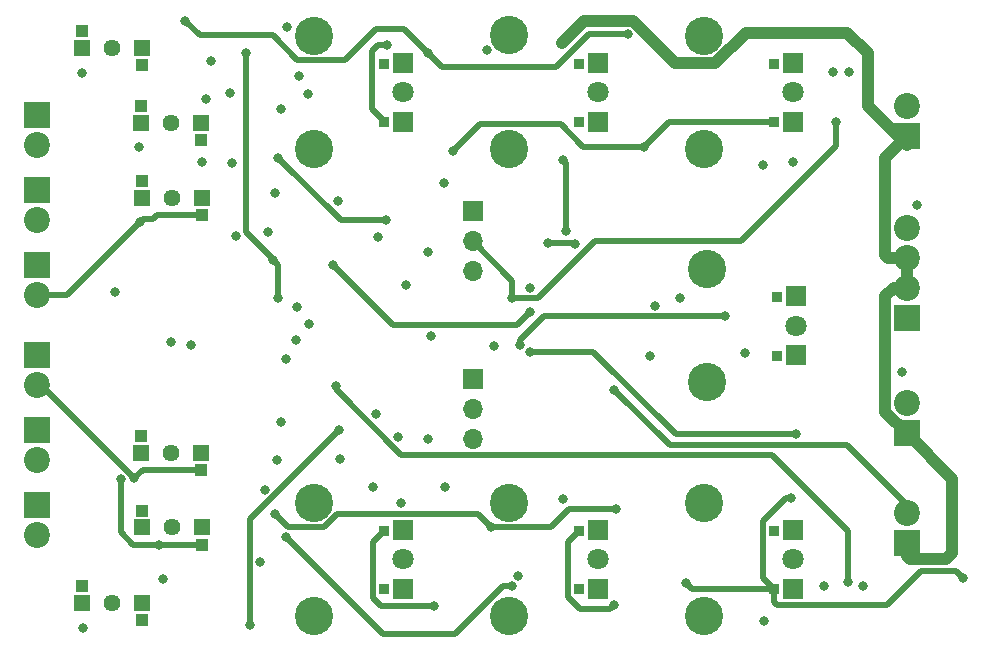
<source format=gbr>
%TF.GenerationSoftware,KiCad,Pcbnew,7.0.1*%
%TF.CreationDate,2023-09-03T00:34:55+01:00*%
%TF.ProjectId,noise-synth-card,6e6f6973-652d-4737-996e-74682d636172,rev?*%
%TF.SameCoordinates,Original*%
%TF.FileFunction,Copper,L3,Inr*%
%TF.FilePolarity,Positive*%
%FSLAX46Y46*%
G04 Gerber Fmt 4.6, Leading zero omitted, Abs format (unit mm)*
G04 Created by KiCad (PCBNEW 7.0.1) date 2023-09-03 00:34:55*
%MOMM*%
%LPD*%
G01*
G04 APERTURE LIST*
%TA.AperFunction,ComponentPad*%
%ADD10R,2.200000X2.200000*%
%TD*%
%TA.AperFunction,ComponentPad*%
%ADD11C,2.200000*%
%TD*%
%TA.AperFunction,ComponentPad*%
%ADD12C,3.240000*%
%TD*%
%TA.AperFunction,ComponentPad*%
%ADD13R,1.800000X1.800000*%
%TD*%
%TA.AperFunction,ComponentPad*%
%ADD14R,0.900000X0.899998*%
%TD*%
%TA.AperFunction,ComponentPad*%
%ADD15C,1.800000*%
%TD*%
%TA.AperFunction,ComponentPad*%
%ADD16R,0.899998X0.899994*%
%TD*%
%TA.AperFunction,ComponentPad*%
%ADD17R,1.440000X1.440000*%
%TD*%
%TA.AperFunction,ComponentPad*%
%ADD18R,1.000000X1.000000*%
%TD*%
%TA.AperFunction,ComponentPad*%
%ADD19C,1.440000*%
%TD*%
%TA.AperFunction,ComponentPad*%
%ADD20R,1.700000X1.700000*%
%TD*%
%TA.AperFunction,ComponentPad*%
%ADD21O,1.700000X1.700000*%
%TD*%
%TA.AperFunction,ViaPad*%
%ADD22C,0.800000*%
%TD*%
%TA.AperFunction,Conductor*%
%ADD23C,0.500000*%
%TD*%
%TA.AperFunction,Conductor*%
%ADD24C,1.000000*%
%TD*%
G04 APERTURE END LIST*
D10*
%TO.N,GND*%
%TO.C,J5*%
X180975000Y-60198000D03*
D11*
%TO.N,/VCO-saw-square-0/VCO_OUT*%
X180975000Y-57658000D03*
%TD*%
D10*
%TO.N,GND*%
%TO.C,J3*%
X107315000Y-71120000D03*
D11*
%TO.N,Net-(J3-signal)*%
X107315000Y-73660000D03*
%TD*%
D12*
%TO.N,*%
%TO.C,PT6*%
X163830000Y-61275000D03*
D13*
X171330000Y-58975000D03*
X171330000Y-53975000D03*
D12*
X163830000Y-51675000D03*
D14*
%TO.N,-12V*%
X169729800Y-59015000D03*
D15*
%TO.N,Net-(PT6-Pad2)*%
X171330000Y-56475000D03*
D16*
%TO.N,+12V*%
X169755200Y-54062000D03*
%TD*%
D10*
%TO.N,GND*%
%TO.C,J1*%
X107315000Y-58420000D03*
D11*
%TO.N,Net-(J1-signal)*%
X107315000Y-60960000D03*
%TD*%
D12*
%TO.N,*%
%TO.C,PT2*%
X147320000Y-61263600D03*
D13*
X154820000Y-58963600D03*
X154820000Y-53963600D03*
D12*
X147320000Y-51663600D03*
D14*
%TO.N,GND*%
X153219800Y-59003600D03*
D15*
%TO.N,Net-(PT2-Pad2)*%
X154820000Y-56463600D03*
D16*
%TO.N,Net-(PT2-Pad3)*%
X153245200Y-54050600D03*
%TD*%
D10*
%TO.N,GND*%
%TO.C,J11*%
X180975000Y-85344000D03*
D11*
%TO.N,Net-(J11-signal)*%
X180975000Y-82804000D03*
%TD*%
D12*
%TO.N,*%
%TO.C,PT12*%
X163830000Y-100812000D03*
D13*
X171330000Y-98512000D03*
X171330000Y-93512000D03*
D12*
X163830000Y-91212000D03*
D14*
%TO.N,-12V*%
X169729800Y-98552000D03*
D15*
%TO.N,Net-(PT12-Pad2)*%
X171330000Y-96012000D03*
D16*
%TO.N,+12V*%
X169755200Y-93599000D03*
%TD*%
D17*
%TO.N,*%
%TO.C,PT11*%
X121259600Y-86995000D03*
X116179600Y-86995000D03*
D18*
%TO.N,Net-(PT11-Pad1)*%
X116179600Y-85572600D03*
D19*
X118719600Y-86995000D03*
D18*
%TO.N,Net-(J9-signal)*%
X121259600Y-88442800D03*
%TD*%
D17*
%TO.N,*%
%TO.C,PT9*%
X121310400Y-93319600D03*
X116230400Y-93319600D03*
D18*
%TO.N,Net-(Q3-B)*%
X116230400Y-91897200D03*
D19*
X118770400Y-93319600D03*
D18*
%TO.N,Net-(PT9-Pad3)*%
X121310400Y-94767400D03*
%TD*%
D12*
%TO.N,*%
%TO.C,PT8*%
X147320000Y-100812000D03*
D13*
X154820000Y-98512000D03*
X154820000Y-93512000D03*
D12*
X147320000Y-91212000D03*
D14*
%TO.N,GND*%
X153219800Y-98552000D03*
D15*
%TO.N,Net-(PT8-Pad2)*%
X154820000Y-96012000D03*
D16*
%TO.N,Net-(PT8-Pad3)*%
X153245200Y-93599000D03*
%TD*%
D20*
%TO.N,Net-(J6-saw)*%
%TO.C,J6*%
X144272000Y-80772000D03*
D21*
%TO.N,/VCO-saw-square-1/VCO_OUT*%
X144272000Y-83312000D03*
%TO.N,Net-(J6-square)*%
X144272000Y-85852000D03*
%TD*%
D12*
%TO.N,*%
%TO.C,PT7*%
X130810000Y-100812000D03*
D13*
X138310000Y-98512000D03*
X138310000Y-93512000D03*
D12*
X130810000Y-91212000D03*
D14*
%TO.N,Net-(PT7-Pad1)*%
X136709800Y-98552000D03*
D15*
%TO.N,Net-(PT7-Pad2)*%
X138310000Y-96012000D03*
D16*
%TO.N,Net-(PT7-Pad3)*%
X136735200Y-93599000D03*
%TD*%
D12*
%TO.N,*%
%TO.C,PT1*%
X130810000Y-61275000D03*
D13*
X138310000Y-58975000D03*
X138310000Y-53975000D03*
D12*
X130810000Y-51675000D03*
D14*
%TO.N,Net-(PT1-Pad1)*%
X136709800Y-59015000D03*
D15*
%TO.N,Net-(PT1-Pad2)*%
X138310000Y-56475000D03*
D16*
%TO.N,Net-(PT1-Pad3)*%
X136735200Y-54062000D03*
%TD*%
D12*
%TO.N,*%
%TO.C,PT13*%
X164084000Y-81026000D03*
D13*
X171584000Y-78726000D03*
X171584000Y-73726000D03*
D12*
X164084000Y-71426000D03*
D14*
%TO.N,Net-(U4B--)*%
X169983800Y-78766000D03*
D15*
%TO.N,Net-(U4A-+)*%
X171584000Y-76226000D03*
D16*
%TO.N,Net-(U4C--)*%
X170009200Y-73813000D03*
%TD*%
D17*
%TO.N,*%
%TO.C,PT10*%
X116205000Y-99695000D03*
X111125000Y-99695000D03*
D18*
%TO.N,GND*%
X111125000Y-98272600D03*
D19*
X113665000Y-99695000D03*
D18*
%TO.N,Net-(PT10-Pad3)*%
X116205000Y-101142800D03*
%TD*%
D17*
%TO.N,*%
%TO.C,PT5*%
X121285000Y-65405000D03*
X116205000Y-65405000D03*
D18*
%TO.N,Net-(PT5-Pad1)*%
X116205000Y-63982600D03*
D19*
X118745000Y-65405000D03*
D18*
%TO.N,Net-(J3-signal)*%
X121285000Y-66852800D03*
%TD*%
D17*
%TO.N,*%
%TO.C,PT4*%
X116205000Y-52705000D03*
X111125000Y-52705000D03*
D18*
%TO.N,GND*%
X111125000Y-51282600D03*
D19*
X113665000Y-52705000D03*
D18*
%TO.N,Net-(PT4-Pad3)*%
X116205000Y-54152800D03*
%TD*%
D10*
%TO.N,GND*%
%TO.C,J10*%
X180975000Y-94615000D03*
D11*
%TO.N,/VCO-saw-square-1/VCO_OUT*%
X180975000Y-92075000D03*
%TD*%
D10*
%TO.N,GND*%
%TO.C,J8*%
X107315000Y-85090000D03*
D11*
%TO.N,Net-(J8-signal)*%
X107315000Y-87630000D03*
%TD*%
D17*
%TO.N,*%
%TO.C,PT3*%
X121275000Y-59055000D03*
X116195000Y-59055000D03*
D18*
%TO.N,Net-(Q1-B)*%
X116195000Y-57632600D03*
D19*
X118735000Y-59055000D03*
D18*
%TO.N,Net-(PT3-Pad3)*%
X121275000Y-60502800D03*
%TD*%
D20*
%TO.N,Net-(J13-saw)*%
%TO.C,J13*%
X144272000Y-66548000D03*
D21*
%TO.N,/VCO-saw-square-0/VCO_OUT*%
X144272000Y-69088000D03*
%TO.N,Net-(J13-square)*%
X144272000Y-71628000D03*
%TD*%
D10*
%TO.N,-12V*%
%TO.C,J4*%
X180975000Y-75565000D03*
D11*
%TO.N,GND*%
X180975000Y-73025000D03*
X180975000Y-70485000D03*
%TO.N,+12V*%
X180975000Y-67945000D03*
%TD*%
D10*
%TO.N,GND*%
%TO.C,J9*%
X107315000Y-78740000D03*
D11*
%TO.N,Net-(J9-signal)*%
X107315000Y-81280000D03*
%TD*%
D10*
%TO.N,GND*%
%TO.C,J7*%
X107315000Y-91440000D03*
D11*
%TO.N,Net-(J7-signal)*%
X107315000Y-93980000D03*
%TD*%
D10*
%TO.N,GND*%
%TO.C,J2*%
X107315000Y-64770000D03*
D11*
%TO.N,Net-(J2-signal)*%
X107315000Y-67310000D03*
%TD*%
D22*
%TO.N,Net-(D1-K)*%
X127369700Y-70699500D03*
X125077544Y-53126919D03*
X127777619Y-73921026D03*
%TO.N,GND*%
X128016000Y-57912000D03*
X175920400Y-51435000D03*
X177292000Y-98298000D03*
X151790399Y-52324001D03*
X140430000Y-70037500D03*
X126238000Y-96266000D03*
X151899298Y-90932000D03*
X159265438Y-78840000D03*
X120396000Y-77876400D03*
X128549400Y-50927000D03*
X124192250Y-68639046D03*
X130302000Y-56642000D03*
X113944400Y-73406000D03*
X138582400Y-72771000D03*
X179175000Y-80010000D03*
X146050000Y-77978000D03*
X140430000Y-85852000D03*
%TO.N,+12V*%
X151892002Y-62230000D03*
X171348400Y-62357000D03*
X129565400Y-55118000D03*
X128397000Y-94132400D03*
X149094212Y-75057000D03*
X168935400Y-101219000D03*
X118668800Y-77622400D03*
X145440400Y-52903844D03*
X147599400Y-98298000D03*
X128016000Y-84429600D03*
X127655611Y-87579200D03*
X132370700Y-71120000D03*
X152146000Y-68238500D03*
%TO.N,-12V*%
X171221400Y-90805000D03*
X168808400Y-62611000D03*
X162331400Y-98044000D03*
X118059200Y-97688400D03*
X148040554Y-97401123D03*
X185720901Y-97577622D03*
X158775400Y-61087000D03*
X136243592Y-68750500D03*
X142544800Y-61468000D03*
X122072400Y-53797200D03*
X152933400Y-69342000D03*
X159664400Y-74549000D03*
X150647400Y-69215000D03*
X136042400Y-83755000D03*
%TO.N,Net-(U2C--)*%
X136906000Y-67310000D03*
X176066736Y-54717664D03*
X127758700Y-62004700D03*
%TO.N,Net-(J3-signal)*%
X116103400Y-67437000D03*
%TO.N,Net-(D2-K)*%
X132929000Y-85090000D03*
X125374400Y-101600000D03*
%TO.N,Net-(PT1-Pad1)*%
X137007600Y-52512600D03*
%TO.N,Net-(PT4-Pad3)*%
X111150400Y-54864000D03*
%TO.N,Net-(PT5-Pad1)*%
X121310400Y-62357000D03*
%TO.N,Net-(U2B--)*%
X123723400Y-56515000D03*
X123850400Y-62484000D03*
%TO.N,Net-(R17-Pad1)*%
X141814815Y-64179490D03*
X127533400Y-65024000D03*
%TO.N,unconnected-(U1-Pad4)*%
X132816600Y-65659000D03*
X129401582Y-74621984D03*
X130336766Y-76092616D03*
%TO.N,unconnected-(U1-Pad11)*%
X126898400Y-68326000D03*
%TO.N,Net-(Q1-B)*%
X119872500Y-50419000D03*
X121634000Y-57023000D03*
X140425321Y-53157244D03*
X157378400Y-51562000D03*
%TO.N,Net-(PT3-Pad3)*%
X115976400Y-61087000D03*
%TO.N,Net-(J9-signal)*%
X115595400Y-89154000D03*
%TO.N,Net-(D3-A)*%
X173990000Y-98298000D03*
%TO.N,Net-(J11-signal)*%
X171653200Y-85445600D03*
X149051505Y-78426625D03*
%TO.N,Net-(PT7-Pad1)*%
X138201400Y-91215500D03*
%TO.N,Net-(PT7-Pad3)*%
X140995400Y-99949000D03*
%TO.N,Net-(PT8-Pad3)*%
X156169999Y-99862002D03*
%TO.N,Net-(Q3-B)*%
X127481000Y-92175000D03*
X145821400Y-93282000D03*
X156338798Y-91717602D03*
%TO.N,Net-(PT9-Pad3)*%
X117703600Y-94792800D03*
X114430527Y-89217259D03*
%TO.N,Net-(PT10-Pad3)*%
X111277400Y-101854000D03*
%TO.N,Net-(U3C--)*%
X126644400Y-90170000D03*
X176047400Y-97917000D03*
X132675500Y-81345001D03*
%TO.N,Net-(U3D-+)*%
X137900278Y-85644903D03*
X129311400Y-77470000D03*
%TO.N,Net-(R36-Pad1)*%
X140741400Y-77089000D03*
X128427929Y-79046847D03*
%TO.N,Net-(U3D--)*%
X135788400Y-89916000D03*
X132994400Y-87503000D03*
%TO.N,Net-(D5-K)*%
X174777400Y-54737000D03*
%TO.N,/VCO-saw-square-0/VCO_OUT*%
X147599400Y-73914000D03*
X175006000Y-59029600D03*
%TO.N,/VCO-saw-square-1/VCO_OUT*%
X156235400Y-81661000D03*
%TO.N,Net-(J6-square)*%
X141884400Y-89916000D03*
%TO.N,Net-(U4A-+)*%
X165608000Y-75438000D03*
X148234400Y-77851000D03*
%TO.N,Net-(D7-A)*%
X181864000Y-66040000D03*
%TO.N,Net-(D8-K)*%
X180619400Y-80137000D03*
%TO.N,Net-(U4B--)*%
X149123400Y-73025000D03*
X167334900Y-78562500D03*
%TO.N,Net-(U4C--)*%
X161803809Y-73933591D03*
%TD*%
D23*
%TO.N,Net-(PT9-Pad3)*%
X115519200Y-94792800D02*
X117703600Y-94792800D01*
X114430527Y-93704127D02*
X115519200Y-94792800D01*
X114430527Y-89217259D02*
X114430527Y-93704127D01*
X117729000Y-94767400D02*
X117703600Y-94792800D01*
X121310400Y-94767400D02*
X117729000Y-94767400D01*
%TO.N,Net-(D1-K)*%
X125077544Y-53126919D02*
X125077544Y-68283144D01*
X125077544Y-68283144D02*
X127369700Y-70575300D01*
X127369700Y-70575300D02*
X127369700Y-70699500D01*
X127369700Y-70699500D02*
X127777619Y-71107419D01*
X127777619Y-71107419D02*
X127777619Y-73921026D01*
D24*
%TO.N,GND*%
X151790399Y-52324001D02*
X153651900Y-50462500D01*
X180969415Y-60960000D02*
X177673000Y-57663585D01*
X184815000Y-95499400D02*
X184815000Y-89184000D01*
X179175000Y-83549585D02*
X179175000Y-73765000D01*
X167350976Y-51435000D02*
X175920400Y-51435000D01*
X179419366Y-70485000D02*
X179175000Y-70240634D01*
X184302400Y-96012000D02*
X184815000Y-95499400D01*
X180975000Y-95732600D02*
X181254400Y-96012000D01*
X179175000Y-70240634D02*
X179175000Y-61998000D01*
X161366328Y-53995000D02*
X164790976Y-53995000D01*
X184815000Y-89184000D02*
X180975000Y-85344000D01*
X157833828Y-50462500D02*
X161366328Y-53995000D01*
X179175000Y-73765000D02*
X179915000Y-73025000D01*
X181254400Y-96012000D02*
X184302400Y-96012000D01*
X180975000Y-73025000D02*
X180975000Y-70485000D01*
X179175000Y-61998000D02*
X180975000Y-60198000D01*
X164790976Y-53995000D02*
X167350976Y-51435000D01*
X177673000Y-53187600D02*
X175920400Y-51435000D01*
X180975000Y-94615000D02*
X180975000Y-95732600D01*
X179915000Y-73025000D02*
X180975000Y-73025000D01*
X177673000Y-57663585D02*
X177673000Y-53187600D01*
X180969415Y-85344000D02*
X179175000Y-83549585D01*
X153651900Y-50462500D02*
X157833828Y-50462500D01*
X180975000Y-70485000D02*
X179419366Y-70485000D01*
D23*
%TO.N,+12V*%
X137450700Y-76200000D02*
X147951212Y-76200000D01*
X128397000Y-94132400D02*
X136646245Y-102381645D01*
X142753755Y-102381645D02*
X146837400Y-98298000D01*
X132370700Y-71120000D02*
X137450700Y-76200000D01*
X151892002Y-62230000D02*
X152146000Y-62483998D01*
X147951212Y-76200000D02*
X149094212Y-75057000D01*
X146837400Y-98298000D02*
X147599400Y-98298000D01*
X136646245Y-102381645D02*
X142753755Y-102381645D01*
X152146000Y-62483998D02*
X152146000Y-68238500D01*
%TO.N,-12V*%
X168779800Y-97602001D02*
X168779800Y-92774404D01*
X151675000Y-59193600D02*
X153568400Y-61087000D01*
X162839400Y-98552000D02*
X162331400Y-98044000D01*
X169729800Y-98552000D02*
X169729800Y-99611800D01*
X169729800Y-98552000D02*
X162839400Y-98552000D01*
X169729800Y-99611800D02*
X169980000Y-99862000D01*
X168779800Y-92774404D02*
X170749204Y-90805000D01*
X185137251Y-96993972D02*
X185720901Y-97577622D01*
X169980000Y-99862000D02*
X179328151Y-99862000D01*
X144819200Y-59193600D02*
X151675000Y-59193600D01*
X160847400Y-59015000D02*
X169729800Y-59015000D01*
X153568400Y-61087000D02*
X158775400Y-61087000D01*
X179328151Y-99862000D02*
X182196179Y-96993972D01*
X142544800Y-61468000D02*
X144819200Y-59193600D01*
X158775400Y-61087000D02*
X160847400Y-59015000D01*
X169729800Y-98552000D02*
X168779800Y-97602001D01*
X152806400Y-69215000D02*
X152933400Y-69342000D01*
X170749204Y-90805000D02*
X171221400Y-90805000D01*
X150647400Y-69215000D02*
X152806400Y-69215000D01*
X182196179Y-96993972D02*
X185137251Y-96993972D01*
%TO.N,Net-(U2C--)*%
X136906000Y-67310000D02*
X133064000Y-67310000D01*
X133064000Y-67310000D02*
X127758700Y-62004700D01*
%TO.N,Net-(J3-signal)*%
X116344700Y-67195700D02*
X117132100Y-67195700D01*
X117475000Y-66852800D02*
X121285000Y-66852800D01*
X109880400Y-73660000D02*
X116344700Y-67195700D01*
X107315000Y-73660000D02*
X109880400Y-73660000D01*
X117132100Y-67195700D02*
X117475000Y-66852800D01*
%TO.N,Net-(D2-K)*%
X125374400Y-92644600D02*
X132929000Y-85090000D01*
X125374400Y-101600000D02*
X125374400Y-92644600D01*
%TO.N,Net-(PT1-Pad1)*%
X136836800Y-59015000D02*
X135685201Y-57863401D01*
X135685201Y-57863401D02*
X135685201Y-53012003D01*
X136184604Y-52512600D02*
X137007600Y-52512600D01*
X135685201Y-53012003D02*
X136184604Y-52512600D01*
%TO.N,Net-(Q1-B)*%
X141624077Y-54356000D02*
X140425321Y-53157244D01*
X130123494Y-53745000D02*
X133438671Y-53745000D01*
X154046804Y-51562000D02*
X151252804Y-54356000D01*
X119872500Y-50419000D02*
X121117100Y-51663600D01*
X130092188Y-53713694D02*
X130123494Y-53745000D01*
X136066170Y-51117500D02*
X138385577Y-51117500D01*
X138385577Y-51117500D02*
X140425321Y-53157244D01*
X151252804Y-54356000D02*
X141624077Y-54356000D01*
X121117100Y-51663600D02*
X127304800Y-51663600D01*
X127304800Y-51663600D02*
X129354894Y-53713694D01*
X157378400Y-51562000D02*
X154046804Y-51562000D01*
X133438671Y-53745000D02*
X136066170Y-51117500D01*
X129354894Y-53713694D02*
X130092188Y-53713694D01*
%TO.N,Net-(J9-signal)*%
X116306600Y-88442800D02*
X115595400Y-89154000D01*
X107315000Y-81280000D02*
X107721400Y-81280000D01*
X121259600Y-88442800D02*
X116306600Y-88442800D01*
X107721400Y-81280000D02*
X115595400Y-89154000D01*
%TO.N,Net-(J11-signal)*%
X149051505Y-78426625D02*
X154398025Y-78426625D01*
X154398025Y-78426625D02*
X161417000Y-85445600D01*
X161417000Y-85445600D02*
X171653200Y-85445600D01*
%TO.N,Net-(PT7-Pad3)*%
X135785201Y-94548997D02*
X135785201Y-99300401D01*
X136735200Y-93599000D02*
X135785201Y-94548997D01*
X135785201Y-99300401D02*
X136433800Y-99949000D01*
X136433800Y-99949000D02*
X140995400Y-99949000D01*
%TO.N,Net-(PT8-Pad3)*%
X152295201Y-94548997D02*
X152295201Y-99183801D01*
X155829001Y-100203000D02*
X156169999Y-99862002D01*
X153314400Y-100203000D02*
X155829001Y-100203000D01*
X152295201Y-99183801D02*
X153314400Y-100203000D01*
X153245200Y-93599000D02*
X152295201Y-94548997D01*
%TO.N,Net-(Q3-B)*%
X132787423Y-92162000D02*
X144701400Y-92162000D01*
X150832522Y-93282000D02*
X145821400Y-93282000D01*
X144701400Y-92162000D02*
X145821400Y-93282000D01*
X127481000Y-92175000D02*
X128588000Y-93282000D01*
X131667423Y-93282000D02*
X132787423Y-92162000D01*
X152396920Y-91717602D02*
X150832522Y-93282000D01*
X128588000Y-93282000D02*
X131667423Y-93282000D01*
X156338798Y-91717602D02*
X152396920Y-91717602D01*
%TO.N,Net-(U3C--)*%
X138206000Y-87152000D02*
X169600400Y-87152000D01*
X176047400Y-93599000D02*
X176047400Y-97917000D01*
X169600400Y-87152000D02*
X176047400Y-93599000D01*
X132675500Y-81345001D02*
X132675500Y-81621500D01*
X132675500Y-81621500D02*
X138206000Y-87152000D01*
%TO.N,/VCO-saw-square-0/VCO_OUT*%
X166928800Y-69088000D02*
X175006000Y-61010800D01*
X149739587Y-73914000D02*
X154565587Y-69088000D01*
X147599400Y-73914000D02*
X149739587Y-73914000D01*
X147599400Y-72415400D02*
X147599400Y-73914000D01*
X144272000Y-69088000D02*
X147599400Y-72415400D01*
X175006000Y-61010800D02*
X175006000Y-59029600D01*
X154565587Y-69088000D02*
X166928800Y-69088000D01*
%TO.N,/VCO-saw-square-1/VCO_OUT*%
X180975000Y-92075000D02*
X180975000Y-91440000D01*
X160934400Y-86360000D02*
X156235400Y-81661000D01*
X175895000Y-86360000D02*
X160934400Y-86360000D01*
X180975000Y-91440000D02*
X175895000Y-86360000D01*
%TO.N,Net-(U4A-+)*%
X148234400Y-77470000D02*
X148234400Y-77851000D01*
X165608000Y-75438000D02*
X150266400Y-75438000D01*
X150266400Y-75438000D02*
X148234400Y-77470000D01*
%TD*%
M02*

</source>
